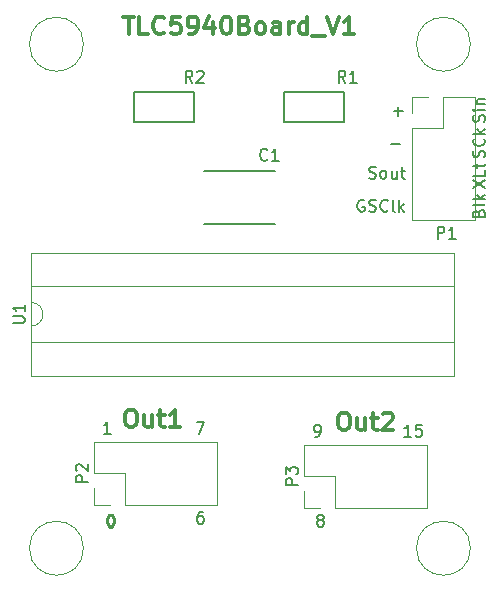
<source format=gto>
G04 #@! TF.FileFunction,Legend,Top*
%FSLAX46Y46*%
G04 Gerber Fmt 4.6, Leading zero omitted, Abs format (unit mm)*
G04 Created by KiCad (PCBNEW 4.0.5) date 01/05/17 20:52:27*
%MOMM*%
%LPD*%
G01*
G04 APERTURE LIST*
%ADD10C,0.100000*%
%ADD11C,0.300000*%
%ADD12C,0.200000*%
%ADD13C,0.250000*%
%ADD14C,0.150000*%
%ADD15C,0.120000*%
G04 APERTURE END LIST*
D10*
D11*
X120226573Y-90618571D02*
X121083716Y-90618571D01*
X120655145Y-92118571D02*
X120655145Y-90618571D01*
X122298002Y-92118571D02*
X121583716Y-92118571D01*
X121583716Y-90618571D01*
X123655145Y-91975714D02*
X123583716Y-92047143D01*
X123369430Y-92118571D01*
X123226573Y-92118571D01*
X123012288Y-92047143D01*
X122869430Y-91904286D01*
X122798002Y-91761429D01*
X122726573Y-91475714D01*
X122726573Y-91261429D01*
X122798002Y-90975714D01*
X122869430Y-90832857D01*
X123012288Y-90690000D01*
X123226573Y-90618571D01*
X123369430Y-90618571D01*
X123583716Y-90690000D01*
X123655145Y-90761429D01*
X125012288Y-90618571D02*
X124298002Y-90618571D01*
X124226573Y-91332857D01*
X124298002Y-91261429D01*
X124440859Y-91190000D01*
X124798002Y-91190000D01*
X124940859Y-91261429D01*
X125012288Y-91332857D01*
X125083716Y-91475714D01*
X125083716Y-91832857D01*
X125012288Y-91975714D01*
X124940859Y-92047143D01*
X124798002Y-92118571D01*
X124440859Y-92118571D01*
X124298002Y-92047143D01*
X124226573Y-91975714D01*
X125798001Y-92118571D02*
X126083716Y-92118571D01*
X126226573Y-92047143D01*
X126298001Y-91975714D01*
X126440859Y-91761429D01*
X126512287Y-91475714D01*
X126512287Y-90904286D01*
X126440859Y-90761429D01*
X126369430Y-90690000D01*
X126226573Y-90618571D01*
X125940859Y-90618571D01*
X125798001Y-90690000D01*
X125726573Y-90761429D01*
X125655144Y-90904286D01*
X125655144Y-91261429D01*
X125726573Y-91404286D01*
X125798001Y-91475714D01*
X125940859Y-91547143D01*
X126226573Y-91547143D01*
X126369430Y-91475714D01*
X126440859Y-91404286D01*
X126512287Y-91261429D01*
X127798001Y-91118571D02*
X127798001Y-92118571D01*
X127440858Y-90547143D02*
X127083715Y-91618571D01*
X128012287Y-91618571D01*
X128869429Y-90618571D02*
X129012286Y-90618571D01*
X129155143Y-90690000D01*
X129226572Y-90761429D01*
X129298001Y-90904286D01*
X129369429Y-91190000D01*
X129369429Y-91547143D01*
X129298001Y-91832857D01*
X129226572Y-91975714D01*
X129155143Y-92047143D01*
X129012286Y-92118571D01*
X128869429Y-92118571D01*
X128726572Y-92047143D01*
X128655143Y-91975714D01*
X128583715Y-91832857D01*
X128512286Y-91547143D01*
X128512286Y-91190000D01*
X128583715Y-90904286D01*
X128655143Y-90761429D01*
X128726572Y-90690000D01*
X128869429Y-90618571D01*
X130512286Y-91332857D02*
X130726572Y-91404286D01*
X130798000Y-91475714D01*
X130869429Y-91618571D01*
X130869429Y-91832857D01*
X130798000Y-91975714D01*
X130726572Y-92047143D01*
X130583714Y-92118571D01*
X130012286Y-92118571D01*
X130012286Y-90618571D01*
X130512286Y-90618571D01*
X130655143Y-90690000D01*
X130726572Y-90761429D01*
X130798000Y-90904286D01*
X130798000Y-91047143D01*
X130726572Y-91190000D01*
X130655143Y-91261429D01*
X130512286Y-91332857D01*
X130012286Y-91332857D01*
X131726572Y-92118571D02*
X131583714Y-92047143D01*
X131512286Y-91975714D01*
X131440857Y-91832857D01*
X131440857Y-91404286D01*
X131512286Y-91261429D01*
X131583714Y-91190000D01*
X131726572Y-91118571D01*
X131940857Y-91118571D01*
X132083714Y-91190000D01*
X132155143Y-91261429D01*
X132226572Y-91404286D01*
X132226572Y-91832857D01*
X132155143Y-91975714D01*
X132083714Y-92047143D01*
X131940857Y-92118571D01*
X131726572Y-92118571D01*
X133512286Y-92118571D02*
X133512286Y-91332857D01*
X133440857Y-91190000D01*
X133298000Y-91118571D01*
X133012286Y-91118571D01*
X132869429Y-91190000D01*
X133512286Y-92047143D02*
X133369429Y-92118571D01*
X133012286Y-92118571D01*
X132869429Y-92047143D01*
X132798000Y-91904286D01*
X132798000Y-91761429D01*
X132869429Y-91618571D01*
X133012286Y-91547143D01*
X133369429Y-91547143D01*
X133512286Y-91475714D01*
X134226572Y-92118571D02*
X134226572Y-91118571D01*
X134226572Y-91404286D02*
X134298000Y-91261429D01*
X134369429Y-91190000D01*
X134512286Y-91118571D01*
X134655143Y-91118571D01*
X135798000Y-92118571D02*
X135798000Y-90618571D01*
X135798000Y-92047143D02*
X135655143Y-92118571D01*
X135369429Y-92118571D01*
X135226571Y-92047143D01*
X135155143Y-91975714D01*
X135083714Y-91832857D01*
X135083714Y-91404286D01*
X135155143Y-91261429D01*
X135226571Y-91190000D01*
X135369429Y-91118571D01*
X135655143Y-91118571D01*
X135798000Y-91190000D01*
X136155143Y-92261429D02*
X137298000Y-92261429D01*
X137440857Y-90618571D02*
X137940857Y-92118571D01*
X138440857Y-90618571D01*
X139726571Y-92118571D02*
X138869428Y-92118571D01*
X139298000Y-92118571D02*
X139298000Y-90618571D01*
X139155143Y-90832857D01*
X139012285Y-90975714D01*
X138869428Y-91047143D01*
D12*
X150296571Y-107275238D02*
X150344190Y-107132381D01*
X150391810Y-107084762D01*
X150487048Y-107037143D01*
X150629905Y-107037143D01*
X150725143Y-107084762D01*
X150772762Y-107132381D01*
X150820381Y-107227619D01*
X150820381Y-107608572D01*
X149820381Y-107608572D01*
X149820381Y-107275238D01*
X149868000Y-107180000D01*
X149915619Y-107132381D01*
X150010857Y-107084762D01*
X150106095Y-107084762D01*
X150201333Y-107132381D01*
X150248952Y-107180000D01*
X150296571Y-107275238D01*
X150296571Y-107608572D01*
X150820381Y-106465715D02*
X150772762Y-106560953D01*
X150677524Y-106608572D01*
X149820381Y-106608572D01*
X150820381Y-106084762D02*
X149820381Y-106084762D01*
X150439429Y-105989524D02*
X150820381Y-105703809D01*
X150153714Y-105703809D02*
X150534667Y-106084762D01*
X149820381Y-105163810D02*
X150820381Y-104497143D01*
X149820381Y-104497143D02*
X150820381Y-105163810D01*
X150820381Y-103640000D02*
X150820381Y-104116191D01*
X149820381Y-104116191D01*
X150153714Y-103449524D02*
X150153714Y-103068572D01*
X149820381Y-103306667D02*
X150677524Y-103306667D01*
X150772762Y-103259048D01*
X150820381Y-103163810D01*
X150820381Y-103068572D01*
X150772762Y-102536476D02*
X150820381Y-102393619D01*
X150820381Y-102155523D01*
X150772762Y-102060285D01*
X150725143Y-102012666D01*
X150629905Y-101965047D01*
X150534667Y-101965047D01*
X150439429Y-102012666D01*
X150391810Y-102060285D01*
X150344190Y-102155523D01*
X150296571Y-102346000D01*
X150248952Y-102441238D01*
X150201333Y-102488857D01*
X150106095Y-102536476D01*
X150010857Y-102536476D01*
X149915619Y-102488857D01*
X149868000Y-102441238D01*
X149820381Y-102346000D01*
X149820381Y-102107904D01*
X149868000Y-101965047D01*
X150725143Y-100965047D02*
X150772762Y-101012666D01*
X150820381Y-101155523D01*
X150820381Y-101250761D01*
X150772762Y-101393619D01*
X150677524Y-101488857D01*
X150582286Y-101536476D01*
X150391810Y-101584095D01*
X150248952Y-101584095D01*
X150058476Y-101536476D01*
X149963238Y-101488857D01*
X149868000Y-101393619D01*
X149820381Y-101250761D01*
X149820381Y-101155523D01*
X149868000Y-101012666D01*
X149915619Y-100965047D01*
X150820381Y-100536476D02*
X149820381Y-100536476D01*
X150439429Y-100441238D02*
X150820381Y-100155523D01*
X150153714Y-100155523D02*
X150534667Y-100536476D01*
X150772762Y-99528190D02*
X150820381Y-99385333D01*
X150820381Y-99147237D01*
X150772762Y-99051999D01*
X150725143Y-99004380D01*
X150629905Y-98956761D01*
X150534667Y-98956761D01*
X150439429Y-99004380D01*
X150391810Y-99051999D01*
X150344190Y-99147237D01*
X150296571Y-99337714D01*
X150248952Y-99432952D01*
X150201333Y-99480571D01*
X150106095Y-99528190D01*
X150010857Y-99528190D01*
X149915619Y-99480571D01*
X149868000Y-99432952D01*
X149820381Y-99337714D01*
X149820381Y-99099618D01*
X149868000Y-98956761D01*
X150820381Y-98528190D02*
X150153714Y-98528190D01*
X149820381Y-98528190D02*
X149868000Y-98575809D01*
X149915619Y-98528190D01*
X149868000Y-98480571D01*
X149820381Y-98528190D01*
X149915619Y-98528190D01*
X150153714Y-98052000D02*
X150820381Y-98052000D01*
X150248952Y-98052000D02*
X150201333Y-98004381D01*
X150153714Y-97909143D01*
X150153714Y-97766285D01*
X150201333Y-97671047D01*
X150296571Y-97623428D01*
X150820381Y-97623428D01*
X140605048Y-106180000D02*
X140509810Y-106132381D01*
X140366953Y-106132381D01*
X140224095Y-106180000D01*
X140128857Y-106275238D01*
X140081238Y-106370476D01*
X140033619Y-106560952D01*
X140033619Y-106703810D01*
X140081238Y-106894286D01*
X140128857Y-106989524D01*
X140224095Y-107084762D01*
X140366953Y-107132381D01*
X140462191Y-107132381D01*
X140605048Y-107084762D01*
X140652667Y-107037143D01*
X140652667Y-106703810D01*
X140462191Y-106703810D01*
X141033619Y-107084762D02*
X141176476Y-107132381D01*
X141414572Y-107132381D01*
X141509810Y-107084762D01*
X141557429Y-107037143D01*
X141605048Y-106941905D01*
X141605048Y-106846667D01*
X141557429Y-106751429D01*
X141509810Y-106703810D01*
X141414572Y-106656190D01*
X141224095Y-106608571D01*
X141128857Y-106560952D01*
X141081238Y-106513333D01*
X141033619Y-106418095D01*
X141033619Y-106322857D01*
X141081238Y-106227619D01*
X141128857Y-106180000D01*
X141224095Y-106132381D01*
X141462191Y-106132381D01*
X141605048Y-106180000D01*
X142605048Y-107037143D02*
X142557429Y-107084762D01*
X142414572Y-107132381D01*
X142319334Y-107132381D01*
X142176476Y-107084762D01*
X142081238Y-106989524D01*
X142033619Y-106894286D01*
X141986000Y-106703810D01*
X141986000Y-106560952D01*
X142033619Y-106370476D01*
X142081238Y-106275238D01*
X142176476Y-106180000D01*
X142319334Y-106132381D01*
X142414572Y-106132381D01*
X142557429Y-106180000D01*
X142605048Y-106227619D01*
X143176476Y-107132381D02*
X143081238Y-107084762D01*
X143033619Y-106989524D01*
X143033619Y-106132381D01*
X143557429Y-107132381D02*
X143557429Y-106132381D01*
X143652667Y-106751429D02*
X143938382Y-107132381D01*
X143938382Y-106465714D02*
X143557429Y-106846667D01*
X141017809Y-104290762D02*
X141160666Y-104338381D01*
X141398762Y-104338381D01*
X141494000Y-104290762D01*
X141541619Y-104243143D01*
X141589238Y-104147905D01*
X141589238Y-104052667D01*
X141541619Y-103957429D01*
X141494000Y-103909810D01*
X141398762Y-103862190D01*
X141208285Y-103814571D01*
X141113047Y-103766952D01*
X141065428Y-103719333D01*
X141017809Y-103624095D01*
X141017809Y-103528857D01*
X141065428Y-103433619D01*
X141113047Y-103386000D01*
X141208285Y-103338381D01*
X141446381Y-103338381D01*
X141589238Y-103386000D01*
X142160666Y-104338381D02*
X142065428Y-104290762D01*
X142017809Y-104243143D01*
X141970190Y-104147905D01*
X141970190Y-103862190D01*
X142017809Y-103766952D01*
X142065428Y-103719333D01*
X142160666Y-103671714D01*
X142303524Y-103671714D01*
X142398762Y-103719333D01*
X142446381Y-103766952D01*
X142494000Y-103862190D01*
X142494000Y-104147905D01*
X142446381Y-104243143D01*
X142398762Y-104290762D01*
X142303524Y-104338381D01*
X142160666Y-104338381D01*
X143351143Y-103671714D02*
X143351143Y-104338381D01*
X142922571Y-103671714D02*
X142922571Y-104195524D01*
X142970190Y-104290762D01*
X143065428Y-104338381D01*
X143208286Y-104338381D01*
X143303524Y-104290762D01*
X143351143Y-104243143D01*
X143684476Y-103671714D02*
X144065428Y-103671714D01*
X143827333Y-103338381D02*
X143827333Y-104195524D01*
X143874952Y-104290762D01*
X143970190Y-104338381D01*
X144065428Y-104338381D01*
X142875048Y-101417429D02*
X143636953Y-101417429D01*
X143129048Y-98623429D02*
X143890953Y-98623429D01*
X143510001Y-99004381D02*
X143510001Y-98242476D01*
X144589524Y-126182381D02*
X144018095Y-126182381D01*
X144303809Y-126182381D02*
X144303809Y-125182381D01*
X144208571Y-125325238D01*
X144113333Y-125420476D01*
X144018095Y-125468095D01*
X145494286Y-125182381D02*
X145018095Y-125182381D01*
X144970476Y-125658571D01*
X145018095Y-125610952D01*
X145113333Y-125563333D01*
X145351429Y-125563333D01*
X145446667Y-125610952D01*
X145494286Y-125658571D01*
X145541905Y-125753810D01*
X145541905Y-125991905D01*
X145494286Y-126087143D01*
X145446667Y-126134762D01*
X145351429Y-126182381D01*
X145113333Y-126182381D01*
X145018095Y-126134762D01*
X144970476Y-126087143D01*
X136461524Y-126182381D02*
X136652000Y-126182381D01*
X136747239Y-126134762D01*
X136794858Y-126087143D01*
X136890096Y-125944286D01*
X136937715Y-125753810D01*
X136937715Y-125372857D01*
X136890096Y-125277619D01*
X136842477Y-125230000D01*
X136747239Y-125182381D01*
X136556762Y-125182381D01*
X136461524Y-125230000D01*
X136413905Y-125277619D01*
X136366286Y-125372857D01*
X136366286Y-125610952D01*
X136413905Y-125706190D01*
X136461524Y-125753810D01*
X136556762Y-125801429D01*
X136747239Y-125801429D01*
X136842477Y-125753810D01*
X136890096Y-125706190D01*
X136937715Y-125610952D01*
X136810762Y-133230952D02*
X136715524Y-133183333D01*
X136667905Y-133135714D01*
X136620286Y-133040476D01*
X136620286Y-132992857D01*
X136667905Y-132897619D01*
X136715524Y-132850000D01*
X136810762Y-132802381D01*
X137001239Y-132802381D01*
X137096477Y-132850000D01*
X137144096Y-132897619D01*
X137191715Y-132992857D01*
X137191715Y-133040476D01*
X137144096Y-133135714D01*
X137096477Y-133183333D01*
X137001239Y-133230952D01*
X136810762Y-133230952D01*
X136715524Y-133278571D01*
X136667905Y-133326190D01*
X136620286Y-133421429D01*
X136620286Y-133611905D01*
X136667905Y-133707143D01*
X136715524Y-133754762D01*
X136810762Y-133802381D01*
X137001239Y-133802381D01*
X137096477Y-133754762D01*
X137144096Y-133707143D01*
X137191715Y-133611905D01*
X137191715Y-133421429D01*
X137144096Y-133326190D01*
X137096477Y-133278571D01*
X137001239Y-133230952D01*
X126412667Y-124928381D02*
X127079334Y-124928381D01*
X126650762Y-125928381D01*
X126936477Y-132548381D02*
X126746000Y-132548381D01*
X126650762Y-132596000D01*
X126603143Y-132643619D01*
X126507905Y-132786476D01*
X126460286Y-132976952D01*
X126460286Y-133357905D01*
X126507905Y-133453143D01*
X126555524Y-133500762D01*
X126650762Y-133548381D01*
X126841239Y-133548381D01*
X126936477Y-133500762D01*
X126984096Y-133453143D01*
X127031715Y-133357905D01*
X127031715Y-133119810D01*
X126984096Y-133024571D01*
X126936477Y-132976952D01*
X126841239Y-132929333D01*
X126650762Y-132929333D01*
X126555524Y-132976952D01*
X126507905Y-133024571D01*
X126460286Y-133119810D01*
X119157715Y-125928381D02*
X118586286Y-125928381D01*
X118872000Y-125928381D02*
X118872000Y-124928381D01*
X118776762Y-125071238D01*
X118681524Y-125166476D01*
X118586286Y-125214095D01*
D13*
X119078381Y-132802381D02*
X119173620Y-132802381D01*
X119268858Y-132850000D01*
X119316477Y-132897619D01*
X119364096Y-132992857D01*
X119411715Y-133183333D01*
X119411715Y-133421429D01*
X119364096Y-133611905D01*
X119316477Y-133707143D01*
X119268858Y-133754762D01*
X119173620Y-133802381D01*
X119078381Y-133802381D01*
X118983143Y-133754762D01*
X118935524Y-133707143D01*
X118887905Y-133611905D01*
X118840286Y-133421429D01*
X118840286Y-133183333D01*
X118887905Y-132992857D01*
X118935524Y-132897619D01*
X118983143Y-132850000D01*
X119078381Y-132802381D01*
D11*
X138751714Y-124146571D02*
X139037428Y-124146571D01*
X139180286Y-124218000D01*
X139323143Y-124360857D01*
X139394571Y-124646571D01*
X139394571Y-125146571D01*
X139323143Y-125432286D01*
X139180286Y-125575143D01*
X139037428Y-125646571D01*
X138751714Y-125646571D01*
X138608857Y-125575143D01*
X138466000Y-125432286D01*
X138394571Y-125146571D01*
X138394571Y-124646571D01*
X138466000Y-124360857D01*
X138608857Y-124218000D01*
X138751714Y-124146571D01*
X140680286Y-124646571D02*
X140680286Y-125646571D01*
X140037429Y-124646571D02*
X140037429Y-125432286D01*
X140108857Y-125575143D01*
X140251715Y-125646571D01*
X140466000Y-125646571D01*
X140608857Y-125575143D01*
X140680286Y-125503714D01*
X141180286Y-124646571D02*
X141751715Y-124646571D01*
X141394572Y-124146571D02*
X141394572Y-125432286D01*
X141466000Y-125575143D01*
X141608858Y-125646571D01*
X141751715Y-125646571D01*
X142180286Y-124289429D02*
X142251715Y-124218000D01*
X142394572Y-124146571D01*
X142751715Y-124146571D01*
X142894572Y-124218000D01*
X142966001Y-124289429D01*
X143037429Y-124432286D01*
X143037429Y-124575143D01*
X142966001Y-124789429D01*
X142108858Y-125646571D01*
X143037429Y-125646571D01*
X120717714Y-123892571D02*
X121003428Y-123892571D01*
X121146286Y-123964000D01*
X121289143Y-124106857D01*
X121360571Y-124392571D01*
X121360571Y-124892571D01*
X121289143Y-125178286D01*
X121146286Y-125321143D01*
X121003428Y-125392571D01*
X120717714Y-125392571D01*
X120574857Y-125321143D01*
X120432000Y-125178286D01*
X120360571Y-124892571D01*
X120360571Y-124392571D01*
X120432000Y-124106857D01*
X120574857Y-123964000D01*
X120717714Y-123892571D01*
X122646286Y-124392571D02*
X122646286Y-125392571D01*
X122003429Y-124392571D02*
X122003429Y-125178286D01*
X122074857Y-125321143D01*
X122217715Y-125392571D01*
X122432000Y-125392571D01*
X122574857Y-125321143D01*
X122646286Y-125249714D01*
X123146286Y-124392571D02*
X123717715Y-124392571D01*
X123360572Y-123892571D02*
X123360572Y-125178286D01*
X123432000Y-125321143D01*
X123574858Y-125392571D01*
X123717715Y-125392571D01*
X125003429Y-125392571D02*
X124146286Y-125392571D01*
X124574858Y-125392571D02*
X124574858Y-123892571D01*
X124432001Y-124106857D01*
X124289143Y-124249714D01*
X124146286Y-124321143D01*
D14*
X133088000Y-108168000D02*
X127088000Y-108168000D01*
X127088000Y-103668000D02*
X133088000Y-103668000D01*
D15*
X144660000Y-100076000D02*
X144660000Y-107816000D01*
X144660000Y-107816000D02*
X149980000Y-107816000D01*
X149980000Y-107816000D02*
X149980000Y-97416000D01*
X149980000Y-97416000D02*
X147320000Y-97416000D01*
X147320000Y-97416000D02*
X147320000Y-100076000D01*
X147320000Y-100076000D02*
X144660000Y-100076000D01*
X144660000Y-98806000D02*
X144660000Y-97416000D01*
X144660000Y-97416000D02*
X146050000Y-97416000D01*
X120396000Y-131946000D02*
X128136000Y-131946000D01*
X128136000Y-131946000D02*
X128136000Y-126626000D01*
X128136000Y-126626000D02*
X117736000Y-126626000D01*
X117736000Y-126626000D02*
X117736000Y-129286000D01*
X117736000Y-129286000D02*
X120396000Y-129286000D01*
X120396000Y-129286000D02*
X120396000Y-131946000D01*
X119126000Y-131946000D02*
X117736000Y-131946000D01*
X117736000Y-131946000D02*
X117736000Y-130556000D01*
X138176000Y-132200000D02*
X145916000Y-132200000D01*
X145916000Y-132200000D02*
X145916000Y-126880000D01*
X145916000Y-126880000D02*
X135516000Y-126880000D01*
X135516000Y-126880000D02*
X135516000Y-129540000D01*
X135516000Y-129540000D02*
X138176000Y-129540000D01*
X138176000Y-129540000D02*
X138176000Y-132200000D01*
X136906000Y-132200000D02*
X135516000Y-132200000D01*
X135516000Y-132200000D02*
X135516000Y-130810000D01*
D14*
X133858000Y-97028000D02*
X138938000Y-97028000D01*
X138938000Y-97028000D02*
X138938000Y-99568000D01*
X138938000Y-99568000D02*
X133858000Y-99568000D01*
X133858000Y-99568000D02*
X133858000Y-97028000D01*
X126238000Y-99568000D02*
X121158000Y-99568000D01*
X121158000Y-99568000D02*
X121158000Y-97028000D01*
X121158000Y-97028000D02*
X126238000Y-97028000D01*
X126238000Y-97028000D02*
X126238000Y-99568000D01*
D15*
X112402000Y-114824000D02*
G75*
G02X112402000Y-116824000I0J-1000000D01*
G01*
X112402000Y-116824000D02*
X112402000Y-118194000D01*
X112402000Y-118194000D02*
X148202000Y-118194000D01*
X148202000Y-118194000D02*
X148202000Y-113454000D01*
X148202000Y-113454000D02*
X112402000Y-113454000D01*
X112402000Y-113454000D02*
X112402000Y-114824000D01*
X112402000Y-121024000D02*
X148202000Y-121024000D01*
X148202000Y-121024000D02*
X148202000Y-110624000D01*
X148202000Y-110624000D02*
X112402000Y-110624000D01*
X112402000Y-110624000D02*
X112402000Y-121024000D01*
X149606000Y-92964000D02*
G75*
G03X149606000Y-92964000I-2286000J0D01*
G01*
X116840000Y-135636000D02*
G75*
G03X116840000Y-135636000I-2286000J0D01*
G01*
X149606000Y-135636000D02*
G75*
G03X149606000Y-135636000I-2286000J0D01*
G01*
X116840000Y-92964000D02*
G75*
G03X116840000Y-92964000I-2286000J0D01*
G01*
D14*
X132421334Y-102719143D02*
X132373715Y-102766762D01*
X132230858Y-102814381D01*
X132135620Y-102814381D01*
X131992762Y-102766762D01*
X131897524Y-102671524D01*
X131849905Y-102576286D01*
X131802286Y-102385810D01*
X131802286Y-102242952D01*
X131849905Y-102052476D01*
X131897524Y-101957238D01*
X131992762Y-101862000D01*
X132135620Y-101814381D01*
X132230858Y-101814381D01*
X132373715Y-101862000D01*
X132421334Y-101909619D01*
X133373715Y-102814381D02*
X132802286Y-102814381D01*
X133088000Y-102814381D02*
X133088000Y-101814381D01*
X132992762Y-101957238D01*
X132897524Y-102052476D01*
X132802286Y-102100095D01*
X146835905Y-109418381D02*
X146835905Y-108418381D01*
X147216858Y-108418381D01*
X147312096Y-108466000D01*
X147359715Y-108513619D01*
X147407334Y-108608857D01*
X147407334Y-108751714D01*
X147359715Y-108846952D01*
X147312096Y-108894571D01*
X147216858Y-108942190D01*
X146835905Y-108942190D01*
X148359715Y-109418381D02*
X147788286Y-109418381D01*
X148074000Y-109418381D02*
X148074000Y-108418381D01*
X147978762Y-108561238D01*
X147883524Y-108656476D01*
X147788286Y-108704095D01*
X117188381Y-130024095D02*
X116188381Y-130024095D01*
X116188381Y-129643142D01*
X116236000Y-129547904D01*
X116283619Y-129500285D01*
X116378857Y-129452666D01*
X116521714Y-129452666D01*
X116616952Y-129500285D01*
X116664571Y-129547904D01*
X116712190Y-129643142D01*
X116712190Y-130024095D01*
X116283619Y-129071714D02*
X116236000Y-129024095D01*
X116188381Y-128928857D01*
X116188381Y-128690761D01*
X116236000Y-128595523D01*
X116283619Y-128547904D01*
X116378857Y-128500285D01*
X116474095Y-128500285D01*
X116616952Y-128547904D01*
X117188381Y-129119333D01*
X117188381Y-128500285D01*
X134968381Y-130278095D02*
X133968381Y-130278095D01*
X133968381Y-129897142D01*
X134016000Y-129801904D01*
X134063619Y-129754285D01*
X134158857Y-129706666D01*
X134301714Y-129706666D01*
X134396952Y-129754285D01*
X134444571Y-129801904D01*
X134492190Y-129897142D01*
X134492190Y-130278095D01*
X133968381Y-129373333D02*
X133968381Y-128754285D01*
X134349333Y-129087619D01*
X134349333Y-128944761D01*
X134396952Y-128849523D01*
X134444571Y-128801904D01*
X134539810Y-128754285D01*
X134777905Y-128754285D01*
X134873143Y-128801904D01*
X134920762Y-128849523D01*
X134968381Y-128944761D01*
X134968381Y-129230476D01*
X134920762Y-129325714D01*
X134873143Y-129373333D01*
X139025334Y-96210381D02*
X138692000Y-95734190D01*
X138453905Y-96210381D02*
X138453905Y-95210381D01*
X138834858Y-95210381D01*
X138930096Y-95258000D01*
X138977715Y-95305619D01*
X139025334Y-95400857D01*
X139025334Y-95543714D01*
X138977715Y-95638952D01*
X138930096Y-95686571D01*
X138834858Y-95734190D01*
X138453905Y-95734190D01*
X139977715Y-96210381D02*
X139406286Y-96210381D01*
X139692000Y-96210381D02*
X139692000Y-95210381D01*
X139596762Y-95353238D01*
X139501524Y-95448476D01*
X139406286Y-95496095D01*
X126071334Y-96210381D02*
X125738000Y-95734190D01*
X125499905Y-96210381D02*
X125499905Y-95210381D01*
X125880858Y-95210381D01*
X125976096Y-95258000D01*
X126023715Y-95305619D01*
X126071334Y-95400857D01*
X126071334Y-95543714D01*
X126023715Y-95638952D01*
X125976096Y-95686571D01*
X125880858Y-95734190D01*
X125499905Y-95734190D01*
X126452286Y-95305619D02*
X126499905Y-95258000D01*
X126595143Y-95210381D01*
X126833239Y-95210381D01*
X126928477Y-95258000D01*
X126976096Y-95305619D01*
X127023715Y-95400857D01*
X127023715Y-95496095D01*
X126976096Y-95638952D01*
X126404667Y-96210381D01*
X127023715Y-96210381D01*
X110854381Y-116585905D02*
X111663905Y-116585905D01*
X111759143Y-116538286D01*
X111806762Y-116490667D01*
X111854381Y-116395429D01*
X111854381Y-116204952D01*
X111806762Y-116109714D01*
X111759143Y-116062095D01*
X111663905Y-116014476D01*
X110854381Y-116014476D01*
X111854381Y-115014476D02*
X111854381Y-115585905D01*
X111854381Y-115300191D02*
X110854381Y-115300191D01*
X110997238Y-115395429D01*
X111092476Y-115490667D01*
X111140095Y-115585905D01*
M02*

</source>
